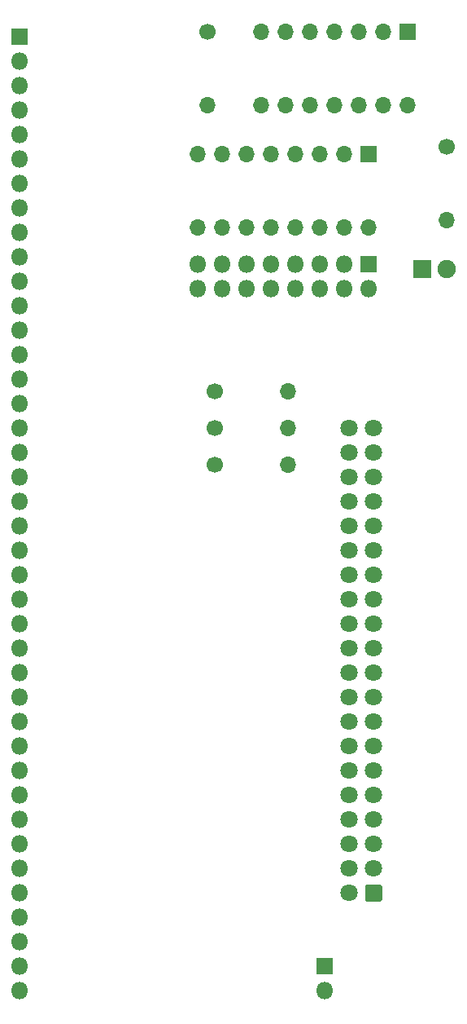
<source format=gbr>
%TF.GenerationSoftware,KiCad,Pcbnew,5.1.6-c6e7f7d~87~ubuntu18.04.1*%
%TF.CreationDate,2020-10-10T11:51:25+01:00*%
%TF.ProjectId,CFCard,43464361-7264-42e6-9b69-6361645f7063,rev?*%
%TF.SameCoordinates,Original*%
%TF.FileFunction,Soldermask,Bot*%
%TF.FilePolarity,Negative*%
%FSLAX46Y46*%
G04 Gerber Fmt 4.6, Leading zero omitted, Abs format (unit mm)*
G04 Created by KiCad (PCBNEW 5.1.6-c6e7f7d~87~ubuntu18.04.1) date 2020-10-10 11:51:25*
%MOMM*%
%LPD*%
G01*
G04 APERTURE LIST*
%ADD10O,1.800000X1.800000*%
%ADD11R,1.800000X1.800000*%
%ADD12O,1.700000X1.700000*%
%ADD13C,1.700000*%
%ADD14C,1.800000*%
%ADD15C,1.900000*%
%ADD16R,1.900000X1.900000*%
%ADD17R,1.700000X1.700000*%
G04 APERTURE END LIST*
D10*
%TO.C,J4*%
X116840000Y-135890000D03*
D11*
X116840000Y-133350000D03*
%TD*%
D12*
%TO.C,R4*%
X113030000Y-77470000D03*
D13*
X105410000Y-77470000D03*
%TD*%
D12*
%TO.C,R3*%
X129540000Y-55880000D03*
D13*
X129540000Y-48260000D03*
%TD*%
D12*
%TO.C,R2*%
X113030000Y-73660000D03*
D13*
X105410000Y-73660000D03*
%TD*%
D12*
%TO.C,R1*%
X113030000Y-81280000D03*
D13*
X105410000Y-81280000D03*
%TD*%
D14*
%TO.C,J1*%
X119380000Y-77470000D03*
X119380000Y-80010000D03*
X119380000Y-82550000D03*
X119380000Y-85090000D03*
X119380000Y-87630000D03*
X119380000Y-90170000D03*
X119380000Y-92710000D03*
X119380000Y-95250000D03*
X119380000Y-97790000D03*
X119380000Y-100330000D03*
X119380000Y-102870000D03*
X119380000Y-105410000D03*
X119380000Y-107950000D03*
X119380000Y-110490000D03*
X119380000Y-113030000D03*
X119380000Y-115570000D03*
X119380000Y-118110000D03*
X119380000Y-120650000D03*
X119380000Y-123190000D03*
X119380000Y-125730000D03*
X121920000Y-77470000D03*
X121920000Y-80010000D03*
X121920000Y-82550000D03*
X121920000Y-85090000D03*
X121920000Y-87630000D03*
X121920000Y-90170000D03*
X121920000Y-92710000D03*
X121920000Y-95250000D03*
X121920000Y-97790000D03*
X121920000Y-100330000D03*
X121920000Y-102870000D03*
X121920000Y-105410000D03*
X121920000Y-107950000D03*
X121920000Y-110490000D03*
X121920000Y-113030000D03*
X121920000Y-115570000D03*
X121920000Y-118110000D03*
X121920000Y-120650000D03*
X121920000Y-123190000D03*
G36*
G01*
X122820000Y-125094706D02*
X122820000Y-126365294D01*
G75*
G02*
X122555294Y-126630000I-264706J0D01*
G01*
X121284706Y-126630000D01*
G75*
G02*
X121020000Y-126365294I0J264706D01*
G01*
X121020000Y-125094706D01*
G75*
G02*
X121284706Y-124830000I264706J0D01*
G01*
X122555294Y-124830000D01*
G75*
G02*
X122820000Y-125094706I0J-264706D01*
G01*
G37*
%TD*%
D15*
%TO.C,D1*%
X129540000Y-60960000D03*
D16*
X127000000Y-60960000D03*
%TD*%
D12*
%TO.C,R6*%
X104648000Y-43942000D03*
D13*
X104648000Y-36322000D03*
%TD*%
D17*
%TO.C,U1*%
X125476000Y-36322000D03*
D12*
X110236000Y-43942000D03*
X122936000Y-36322000D03*
X112776000Y-43942000D03*
X120396000Y-36322000D03*
X115316000Y-43942000D03*
X117856000Y-36322000D03*
X117856000Y-43942000D03*
X115316000Y-36322000D03*
X120396000Y-43942000D03*
X112776000Y-36322000D03*
X122936000Y-43942000D03*
X110236000Y-36322000D03*
X125476000Y-43942000D03*
%TD*%
D17*
%TO.C,U2*%
X121412000Y-49022000D03*
D12*
X103632000Y-56642000D03*
X118872000Y-49022000D03*
X106172000Y-56642000D03*
X116332000Y-49022000D03*
X108712000Y-56642000D03*
X113792000Y-49022000D03*
X111252000Y-56642000D03*
X111252000Y-49022000D03*
X113792000Y-56642000D03*
X108712000Y-49022000D03*
X116332000Y-56642000D03*
X106172000Y-49022000D03*
X118872000Y-56642000D03*
X103632000Y-49022000D03*
X121412000Y-56642000D03*
%TD*%
D11*
%TO.C,J3*%
X121412000Y-60452000D03*
D10*
X121412000Y-62992000D03*
X118872000Y-60452000D03*
X118872000Y-62992000D03*
X116332000Y-60452000D03*
X116332000Y-62992000D03*
X113792000Y-60452000D03*
X113792000Y-62992000D03*
X111252000Y-60452000D03*
X111252000Y-62992000D03*
X108712000Y-60452000D03*
X108712000Y-62992000D03*
X106172000Y-60452000D03*
X106172000Y-62992000D03*
X103632000Y-60452000D03*
X103632000Y-62992000D03*
%TD*%
D11*
%TO.C,J2*%
X85090000Y-36830000D03*
D10*
X85090000Y-39370000D03*
X85090000Y-41910000D03*
X85090000Y-44450000D03*
X85090000Y-46990000D03*
X85090000Y-49530000D03*
X85090000Y-52070000D03*
X85090000Y-54610000D03*
X85090000Y-57150000D03*
X85090000Y-59690000D03*
X85090000Y-62230000D03*
X85090000Y-64770000D03*
X85090000Y-67310000D03*
X85090000Y-69850000D03*
X85090000Y-72390000D03*
X85090000Y-74930000D03*
X85090000Y-77470000D03*
X85090000Y-80010000D03*
X85090000Y-82550000D03*
X85090000Y-85090000D03*
X85090000Y-87630000D03*
X85090000Y-90170000D03*
X85090000Y-92710000D03*
X85090000Y-95250000D03*
X85090000Y-97790000D03*
X85090000Y-100330000D03*
X85090000Y-102870000D03*
X85090000Y-105410000D03*
X85090000Y-107950000D03*
X85090000Y-110490000D03*
X85090000Y-113030000D03*
X85090000Y-115570000D03*
X85090000Y-118110000D03*
X85090000Y-120650000D03*
X85090000Y-123190000D03*
X85090000Y-125730000D03*
X85090000Y-128270000D03*
X85090000Y-130810000D03*
X85090000Y-133350000D03*
X85090000Y-135890000D03*
%TD*%
M02*

</source>
